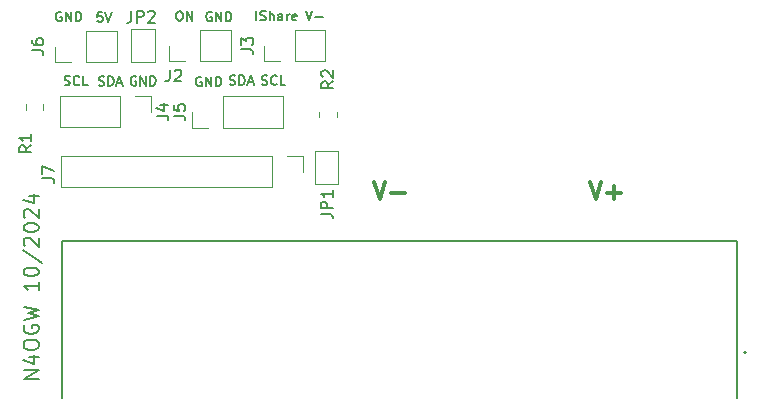
<source format=gbr>
%TF.GenerationSoftware,KiCad,Pcbnew,8.0.6*%
%TF.CreationDate,2025-01-01T08:23:19-05:00*%
%TF.ProjectId,ge-psu,67652d70-7375-42e6-9b69-6361645f7063,rev?*%
%TF.SameCoordinates,Original*%
%TF.FileFunction,Legend,Top*%
%TF.FilePolarity,Positive*%
%FSLAX46Y46*%
G04 Gerber Fmt 4.6, Leading zero omitted, Abs format (unit mm)*
G04 Created by KiCad (PCBNEW 8.0.6) date 2025-01-01 08:23:19*
%MOMM*%
%LPD*%
G01*
G04 APERTURE LIST*
%ADD10C,0.300000*%
%ADD11C,0.193548*%
%ADD12C,0.150000*%
%ADD13C,0.120000*%
%ADD14C,0.127000*%
%ADD15C,0.200000*%
G04 APERTURE END LIST*
D10*
X162900225Y-69928828D02*
X163400225Y-71428828D01*
X163400225Y-71428828D02*
X163900225Y-69928828D01*
X164400224Y-70857400D02*
X165543082Y-70857400D01*
X164971653Y-71428828D02*
X164971653Y-70285971D01*
D11*
X130886534Y-55568818D02*
X130810334Y-55530718D01*
X130810334Y-55530718D02*
X130696034Y-55530718D01*
X130696034Y-55530718D02*
X130581734Y-55568818D01*
X130581734Y-55568818D02*
X130505534Y-55645018D01*
X130505534Y-55645018D02*
X130467434Y-55721218D01*
X130467434Y-55721218D02*
X130429334Y-55873618D01*
X130429334Y-55873618D02*
X130429334Y-55987918D01*
X130429334Y-55987918D02*
X130467434Y-56140318D01*
X130467434Y-56140318D02*
X130505534Y-56216518D01*
X130505534Y-56216518D02*
X130581734Y-56292718D01*
X130581734Y-56292718D02*
X130696034Y-56330818D01*
X130696034Y-56330818D02*
X130772234Y-56330818D01*
X130772234Y-56330818D02*
X130886534Y-56292718D01*
X130886534Y-56292718D02*
X130924634Y-56254618D01*
X130924634Y-56254618D02*
X130924634Y-55987918D01*
X130924634Y-55987918D02*
X130772234Y-55987918D01*
X131267534Y-56330818D02*
X131267534Y-55530718D01*
X131267534Y-55530718D02*
X131724734Y-56330818D01*
X131724734Y-56330818D02*
X131724734Y-55530718D01*
X132105734Y-56330818D02*
X132105734Y-55530718D01*
X132105734Y-55530718D02*
X132296234Y-55530718D01*
X132296234Y-55530718D02*
X132410534Y-55568818D01*
X132410534Y-55568818D02*
X132486734Y-55645018D01*
X132486734Y-55645018D02*
X132524834Y-55721218D01*
X132524834Y-55721218D02*
X132562934Y-55873618D01*
X132562934Y-55873618D02*
X132562934Y-55987918D01*
X132562934Y-55987918D02*
X132524834Y-56140318D01*
X132524834Y-56140318D02*
X132486734Y-56216518D01*
X132486734Y-56216518D02*
X132410534Y-56292718D01*
X132410534Y-56292718D02*
X132296234Y-56330818D01*
X132296234Y-56330818D02*
X132105734Y-56330818D01*
X118161134Y-55568818D02*
X118084934Y-55530718D01*
X118084934Y-55530718D02*
X117970634Y-55530718D01*
X117970634Y-55530718D02*
X117856334Y-55568818D01*
X117856334Y-55568818D02*
X117780134Y-55645018D01*
X117780134Y-55645018D02*
X117742034Y-55721218D01*
X117742034Y-55721218D02*
X117703934Y-55873618D01*
X117703934Y-55873618D02*
X117703934Y-55987918D01*
X117703934Y-55987918D02*
X117742034Y-56140318D01*
X117742034Y-56140318D02*
X117780134Y-56216518D01*
X117780134Y-56216518D02*
X117856334Y-56292718D01*
X117856334Y-56292718D02*
X117970634Y-56330818D01*
X117970634Y-56330818D02*
X118046834Y-56330818D01*
X118046834Y-56330818D02*
X118161134Y-56292718D01*
X118161134Y-56292718D02*
X118199234Y-56254618D01*
X118199234Y-56254618D02*
X118199234Y-55987918D01*
X118199234Y-55987918D02*
X118046834Y-55987918D01*
X118542134Y-56330818D02*
X118542134Y-55530718D01*
X118542134Y-55530718D02*
X118999334Y-56330818D01*
X118999334Y-56330818D02*
X118999334Y-55530718D01*
X119380334Y-56330818D02*
X119380334Y-55530718D01*
X119380334Y-55530718D02*
X119570834Y-55530718D01*
X119570834Y-55530718D02*
X119685134Y-55568818D01*
X119685134Y-55568818D02*
X119761334Y-55645018D01*
X119761334Y-55645018D02*
X119799434Y-55721218D01*
X119799434Y-55721218D02*
X119837534Y-55873618D01*
X119837534Y-55873618D02*
X119837534Y-55987918D01*
X119837534Y-55987918D02*
X119799434Y-56140318D01*
X119799434Y-56140318D02*
X119761334Y-56216518D01*
X119761334Y-56216518D02*
X119685134Y-56292718D01*
X119685134Y-56292718D02*
X119570834Y-56330818D01*
X119570834Y-56330818D02*
X119380334Y-56330818D01*
X124485734Y-61029818D02*
X124409534Y-60991718D01*
X124409534Y-60991718D02*
X124295234Y-60991718D01*
X124295234Y-60991718D02*
X124180934Y-61029818D01*
X124180934Y-61029818D02*
X124104734Y-61106018D01*
X124104734Y-61106018D02*
X124066634Y-61182218D01*
X124066634Y-61182218D02*
X124028534Y-61334618D01*
X124028534Y-61334618D02*
X124028534Y-61448918D01*
X124028534Y-61448918D02*
X124066634Y-61601318D01*
X124066634Y-61601318D02*
X124104734Y-61677518D01*
X124104734Y-61677518D02*
X124180934Y-61753718D01*
X124180934Y-61753718D02*
X124295234Y-61791818D01*
X124295234Y-61791818D02*
X124371434Y-61791818D01*
X124371434Y-61791818D02*
X124485734Y-61753718D01*
X124485734Y-61753718D02*
X124523834Y-61715618D01*
X124523834Y-61715618D02*
X124523834Y-61448918D01*
X124523834Y-61448918D02*
X124371434Y-61448918D01*
X124866734Y-61791818D02*
X124866734Y-60991718D01*
X124866734Y-60991718D02*
X125323934Y-61791818D01*
X125323934Y-61791818D02*
X125323934Y-60991718D01*
X125704934Y-61791818D02*
X125704934Y-60991718D01*
X125704934Y-60991718D02*
X125895434Y-60991718D01*
X125895434Y-60991718D02*
X126009734Y-61029818D01*
X126009734Y-61029818D02*
X126085934Y-61106018D01*
X126085934Y-61106018D02*
X126124034Y-61182218D01*
X126124034Y-61182218D02*
X126162134Y-61334618D01*
X126162134Y-61334618D02*
X126162134Y-61448918D01*
X126162134Y-61448918D02*
X126124034Y-61601318D01*
X126124034Y-61601318D02*
X126085934Y-61677518D01*
X126085934Y-61677518D02*
X126009734Y-61753718D01*
X126009734Y-61753718D02*
X125895434Y-61791818D01*
X125895434Y-61791818D02*
X125704934Y-61791818D01*
X121336134Y-61779118D02*
X121450434Y-61817218D01*
X121450434Y-61817218D02*
X121640934Y-61817218D01*
X121640934Y-61817218D02*
X121717134Y-61779118D01*
X121717134Y-61779118D02*
X121755234Y-61741018D01*
X121755234Y-61741018D02*
X121793334Y-61664818D01*
X121793334Y-61664818D02*
X121793334Y-61588618D01*
X121793334Y-61588618D02*
X121755234Y-61512418D01*
X121755234Y-61512418D02*
X121717134Y-61474318D01*
X121717134Y-61474318D02*
X121640934Y-61436218D01*
X121640934Y-61436218D02*
X121488534Y-61398118D01*
X121488534Y-61398118D02*
X121412334Y-61360018D01*
X121412334Y-61360018D02*
X121374234Y-61321918D01*
X121374234Y-61321918D02*
X121336134Y-61245718D01*
X121336134Y-61245718D02*
X121336134Y-61169518D01*
X121336134Y-61169518D02*
X121374234Y-61093318D01*
X121374234Y-61093318D02*
X121412334Y-61055218D01*
X121412334Y-61055218D02*
X121488534Y-61017118D01*
X121488534Y-61017118D02*
X121679034Y-61017118D01*
X121679034Y-61017118D02*
X121793334Y-61055218D01*
X122136234Y-61817218D02*
X122136234Y-61017118D01*
X122136234Y-61017118D02*
X122326734Y-61017118D01*
X122326734Y-61017118D02*
X122441034Y-61055218D01*
X122441034Y-61055218D02*
X122517234Y-61131418D01*
X122517234Y-61131418D02*
X122555334Y-61207618D01*
X122555334Y-61207618D02*
X122593434Y-61360018D01*
X122593434Y-61360018D02*
X122593434Y-61474318D01*
X122593434Y-61474318D02*
X122555334Y-61626718D01*
X122555334Y-61626718D02*
X122517234Y-61702918D01*
X122517234Y-61702918D02*
X122441034Y-61779118D01*
X122441034Y-61779118D02*
X122326734Y-61817218D01*
X122326734Y-61817218D02*
X122136234Y-61817218D01*
X122898234Y-61588618D02*
X123279234Y-61588618D01*
X122822034Y-61817218D02*
X123088734Y-61017118D01*
X123088734Y-61017118D02*
X123355434Y-61817218D01*
D10*
X144612225Y-69928828D02*
X145112225Y-71428828D01*
X145112225Y-71428828D02*
X145612225Y-69928828D01*
X146112224Y-70857400D02*
X147255082Y-70857400D01*
D11*
X135153734Y-61702918D02*
X135268034Y-61741018D01*
X135268034Y-61741018D02*
X135458534Y-61741018D01*
X135458534Y-61741018D02*
X135534734Y-61702918D01*
X135534734Y-61702918D02*
X135572834Y-61664818D01*
X135572834Y-61664818D02*
X135610934Y-61588618D01*
X135610934Y-61588618D02*
X135610934Y-61512418D01*
X135610934Y-61512418D02*
X135572834Y-61436218D01*
X135572834Y-61436218D02*
X135534734Y-61398118D01*
X135534734Y-61398118D02*
X135458534Y-61360018D01*
X135458534Y-61360018D02*
X135306134Y-61321918D01*
X135306134Y-61321918D02*
X135229934Y-61283818D01*
X135229934Y-61283818D02*
X135191834Y-61245718D01*
X135191834Y-61245718D02*
X135153734Y-61169518D01*
X135153734Y-61169518D02*
X135153734Y-61093318D01*
X135153734Y-61093318D02*
X135191834Y-61017118D01*
X135191834Y-61017118D02*
X135229934Y-60979018D01*
X135229934Y-60979018D02*
X135306134Y-60940918D01*
X135306134Y-60940918D02*
X135496634Y-60940918D01*
X135496634Y-60940918D02*
X135610934Y-60979018D01*
X136411034Y-61664818D02*
X136372934Y-61702918D01*
X136372934Y-61702918D02*
X136258634Y-61741018D01*
X136258634Y-61741018D02*
X136182434Y-61741018D01*
X136182434Y-61741018D02*
X136068134Y-61702918D01*
X136068134Y-61702918D02*
X135991934Y-61626718D01*
X135991934Y-61626718D02*
X135953834Y-61550518D01*
X135953834Y-61550518D02*
X135915734Y-61398118D01*
X135915734Y-61398118D02*
X135915734Y-61283818D01*
X135915734Y-61283818D02*
X135953834Y-61131418D01*
X135953834Y-61131418D02*
X135991934Y-61055218D01*
X135991934Y-61055218D02*
X136068134Y-60979018D01*
X136068134Y-60979018D02*
X136182434Y-60940918D01*
X136182434Y-60940918D02*
X136258634Y-60940918D01*
X136258634Y-60940918D02*
X136372934Y-60979018D01*
X136372934Y-60979018D02*
X136411034Y-61017118D01*
X137134934Y-61741018D02*
X136753934Y-61741018D01*
X136753934Y-61741018D02*
X136753934Y-60940918D01*
X121628234Y-55581518D02*
X121247234Y-55581518D01*
X121247234Y-55581518D02*
X121209134Y-55962518D01*
X121209134Y-55962518D02*
X121247234Y-55924418D01*
X121247234Y-55924418D02*
X121323434Y-55886318D01*
X121323434Y-55886318D02*
X121513934Y-55886318D01*
X121513934Y-55886318D02*
X121590134Y-55924418D01*
X121590134Y-55924418D02*
X121628234Y-55962518D01*
X121628234Y-55962518D02*
X121666334Y-56038718D01*
X121666334Y-56038718D02*
X121666334Y-56229218D01*
X121666334Y-56229218D02*
X121628234Y-56305418D01*
X121628234Y-56305418D02*
X121590134Y-56343518D01*
X121590134Y-56343518D02*
X121513934Y-56381618D01*
X121513934Y-56381618D02*
X121323434Y-56381618D01*
X121323434Y-56381618D02*
X121247234Y-56343518D01*
X121247234Y-56343518D02*
X121209134Y-56305418D01*
X121894934Y-55581518D02*
X122161634Y-56381618D01*
X122161634Y-56381618D02*
X122428334Y-55581518D01*
X130022934Y-61106018D02*
X129946734Y-61067918D01*
X129946734Y-61067918D02*
X129832434Y-61067918D01*
X129832434Y-61067918D02*
X129718134Y-61106018D01*
X129718134Y-61106018D02*
X129641934Y-61182218D01*
X129641934Y-61182218D02*
X129603834Y-61258418D01*
X129603834Y-61258418D02*
X129565734Y-61410818D01*
X129565734Y-61410818D02*
X129565734Y-61525118D01*
X129565734Y-61525118D02*
X129603834Y-61677518D01*
X129603834Y-61677518D02*
X129641934Y-61753718D01*
X129641934Y-61753718D02*
X129718134Y-61829918D01*
X129718134Y-61829918D02*
X129832434Y-61868018D01*
X129832434Y-61868018D02*
X129908634Y-61868018D01*
X129908634Y-61868018D02*
X130022934Y-61829918D01*
X130022934Y-61829918D02*
X130061034Y-61791818D01*
X130061034Y-61791818D02*
X130061034Y-61525118D01*
X130061034Y-61525118D02*
X129908634Y-61525118D01*
X130403934Y-61868018D02*
X130403934Y-61067918D01*
X130403934Y-61067918D02*
X130861134Y-61868018D01*
X130861134Y-61868018D02*
X130861134Y-61067918D01*
X131242134Y-61868018D02*
X131242134Y-61067918D01*
X131242134Y-61067918D02*
X131432634Y-61067918D01*
X131432634Y-61067918D02*
X131546934Y-61106018D01*
X131546934Y-61106018D02*
X131623134Y-61182218D01*
X131623134Y-61182218D02*
X131661234Y-61258418D01*
X131661234Y-61258418D02*
X131699334Y-61410818D01*
X131699334Y-61410818D02*
X131699334Y-61525118D01*
X131699334Y-61525118D02*
X131661234Y-61677518D01*
X131661234Y-61677518D02*
X131623134Y-61753718D01*
X131623134Y-61753718D02*
X131546934Y-61829918D01*
X131546934Y-61829918D02*
X131432634Y-61868018D01*
X131432634Y-61868018D02*
X131242134Y-61868018D01*
X128105234Y-55505318D02*
X128257634Y-55505318D01*
X128257634Y-55505318D02*
X128333834Y-55543418D01*
X128333834Y-55543418D02*
X128410034Y-55619618D01*
X128410034Y-55619618D02*
X128448134Y-55772018D01*
X128448134Y-55772018D02*
X128448134Y-56038718D01*
X128448134Y-56038718D02*
X128410034Y-56191118D01*
X128410034Y-56191118D02*
X128333834Y-56267318D01*
X128333834Y-56267318D02*
X128257634Y-56305418D01*
X128257634Y-56305418D02*
X128105234Y-56305418D01*
X128105234Y-56305418D02*
X128029034Y-56267318D01*
X128029034Y-56267318D02*
X127952834Y-56191118D01*
X127952834Y-56191118D02*
X127914734Y-56038718D01*
X127914734Y-56038718D02*
X127914734Y-55772018D01*
X127914734Y-55772018D02*
X127952834Y-55619618D01*
X127952834Y-55619618D02*
X128029034Y-55543418D01*
X128029034Y-55543418D02*
X128105234Y-55505318D01*
X128791034Y-56305418D02*
X128791034Y-55505318D01*
X128791034Y-55505318D02*
X129248234Y-56305418D01*
X129248234Y-56305418D02*
X129248234Y-55505318D01*
X132435934Y-61702918D02*
X132550234Y-61741018D01*
X132550234Y-61741018D02*
X132740734Y-61741018D01*
X132740734Y-61741018D02*
X132816934Y-61702918D01*
X132816934Y-61702918D02*
X132855034Y-61664818D01*
X132855034Y-61664818D02*
X132893134Y-61588618D01*
X132893134Y-61588618D02*
X132893134Y-61512418D01*
X132893134Y-61512418D02*
X132855034Y-61436218D01*
X132855034Y-61436218D02*
X132816934Y-61398118D01*
X132816934Y-61398118D02*
X132740734Y-61360018D01*
X132740734Y-61360018D02*
X132588334Y-61321918D01*
X132588334Y-61321918D02*
X132512134Y-61283818D01*
X132512134Y-61283818D02*
X132474034Y-61245718D01*
X132474034Y-61245718D02*
X132435934Y-61169518D01*
X132435934Y-61169518D02*
X132435934Y-61093318D01*
X132435934Y-61093318D02*
X132474034Y-61017118D01*
X132474034Y-61017118D02*
X132512134Y-60979018D01*
X132512134Y-60979018D02*
X132588334Y-60940918D01*
X132588334Y-60940918D02*
X132778834Y-60940918D01*
X132778834Y-60940918D02*
X132893134Y-60979018D01*
X133236034Y-61741018D02*
X133236034Y-60940918D01*
X133236034Y-60940918D02*
X133426534Y-60940918D01*
X133426534Y-60940918D02*
X133540834Y-60979018D01*
X133540834Y-60979018D02*
X133617034Y-61055218D01*
X133617034Y-61055218D02*
X133655134Y-61131418D01*
X133655134Y-61131418D02*
X133693234Y-61283818D01*
X133693234Y-61283818D02*
X133693234Y-61398118D01*
X133693234Y-61398118D02*
X133655134Y-61550518D01*
X133655134Y-61550518D02*
X133617034Y-61626718D01*
X133617034Y-61626718D02*
X133540834Y-61702918D01*
X133540834Y-61702918D02*
X133426534Y-61741018D01*
X133426534Y-61741018D02*
X133236034Y-61741018D01*
X133998034Y-61512418D02*
X134379034Y-61512418D01*
X133921834Y-61741018D02*
X134188534Y-60940918D01*
X134188534Y-60940918D02*
X134455234Y-61741018D01*
X118440534Y-61728318D02*
X118554834Y-61766418D01*
X118554834Y-61766418D02*
X118745334Y-61766418D01*
X118745334Y-61766418D02*
X118821534Y-61728318D01*
X118821534Y-61728318D02*
X118859634Y-61690218D01*
X118859634Y-61690218D02*
X118897734Y-61614018D01*
X118897734Y-61614018D02*
X118897734Y-61537818D01*
X118897734Y-61537818D02*
X118859634Y-61461618D01*
X118859634Y-61461618D02*
X118821534Y-61423518D01*
X118821534Y-61423518D02*
X118745334Y-61385418D01*
X118745334Y-61385418D02*
X118592934Y-61347318D01*
X118592934Y-61347318D02*
X118516734Y-61309218D01*
X118516734Y-61309218D02*
X118478634Y-61271118D01*
X118478634Y-61271118D02*
X118440534Y-61194918D01*
X118440534Y-61194918D02*
X118440534Y-61118718D01*
X118440534Y-61118718D02*
X118478634Y-61042518D01*
X118478634Y-61042518D02*
X118516734Y-61004418D01*
X118516734Y-61004418D02*
X118592934Y-60966318D01*
X118592934Y-60966318D02*
X118783434Y-60966318D01*
X118783434Y-60966318D02*
X118897734Y-61004418D01*
X119697834Y-61690218D02*
X119659734Y-61728318D01*
X119659734Y-61728318D02*
X119545434Y-61766418D01*
X119545434Y-61766418D02*
X119469234Y-61766418D01*
X119469234Y-61766418D02*
X119354934Y-61728318D01*
X119354934Y-61728318D02*
X119278734Y-61652118D01*
X119278734Y-61652118D02*
X119240634Y-61575918D01*
X119240634Y-61575918D02*
X119202534Y-61423518D01*
X119202534Y-61423518D02*
X119202534Y-61309218D01*
X119202534Y-61309218D02*
X119240634Y-61156818D01*
X119240634Y-61156818D02*
X119278734Y-61080618D01*
X119278734Y-61080618D02*
X119354934Y-61004418D01*
X119354934Y-61004418D02*
X119469234Y-60966318D01*
X119469234Y-60966318D02*
X119545434Y-60966318D01*
X119545434Y-60966318D02*
X119659734Y-61004418D01*
X119659734Y-61004418D02*
X119697834Y-61042518D01*
X120421734Y-61766418D02*
X120040734Y-61766418D01*
X120040734Y-61766418D02*
X120040734Y-60966318D01*
X138887534Y-55479918D02*
X139154234Y-56280018D01*
X139154234Y-56280018D02*
X139420934Y-55479918D01*
X139687634Y-55975218D02*
X140297234Y-55975218D01*
X116242711Y-86641485D02*
X114972711Y-86641485D01*
X114972711Y-86641485D02*
X116242711Y-85915770D01*
X116242711Y-85915770D02*
X114972711Y-85915770D01*
X115396044Y-84766723D02*
X116242711Y-84766723D01*
X114912235Y-85069104D02*
X115819377Y-85371485D01*
X115819377Y-85371485D02*
X115819377Y-84585294D01*
X114972711Y-83859580D02*
X114972711Y-83617675D01*
X114972711Y-83617675D02*
X115033187Y-83496723D01*
X115033187Y-83496723D02*
X115154139Y-83375770D01*
X115154139Y-83375770D02*
X115396044Y-83315294D01*
X115396044Y-83315294D02*
X115819377Y-83315294D01*
X115819377Y-83315294D02*
X116061282Y-83375770D01*
X116061282Y-83375770D02*
X116182235Y-83496723D01*
X116182235Y-83496723D02*
X116242711Y-83617675D01*
X116242711Y-83617675D02*
X116242711Y-83859580D01*
X116242711Y-83859580D02*
X116182235Y-83980532D01*
X116182235Y-83980532D02*
X116061282Y-84101485D01*
X116061282Y-84101485D02*
X115819377Y-84161961D01*
X115819377Y-84161961D02*
X115396044Y-84161961D01*
X115396044Y-84161961D02*
X115154139Y-84101485D01*
X115154139Y-84101485D02*
X115033187Y-83980532D01*
X115033187Y-83980532D02*
X114972711Y-83859580D01*
X115033187Y-82105770D02*
X114972711Y-82226723D01*
X114972711Y-82226723D02*
X114972711Y-82408151D01*
X114972711Y-82408151D02*
X115033187Y-82589580D01*
X115033187Y-82589580D02*
X115154139Y-82710532D01*
X115154139Y-82710532D02*
X115275092Y-82771009D01*
X115275092Y-82771009D02*
X115516996Y-82831485D01*
X115516996Y-82831485D02*
X115698425Y-82831485D01*
X115698425Y-82831485D02*
X115940330Y-82771009D01*
X115940330Y-82771009D02*
X116061282Y-82710532D01*
X116061282Y-82710532D02*
X116182235Y-82589580D01*
X116182235Y-82589580D02*
X116242711Y-82408151D01*
X116242711Y-82408151D02*
X116242711Y-82287199D01*
X116242711Y-82287199D02*
X116182235Y-82105770D01*
X116182235Y-82105770D02*
X116121758Y-82045294D01*
X116121758Y-82045294D02*
X115698425Y-82045294D01*
X115698425Y-82045294D02*
X115698425Y-82287199D01*
X114972711Y-81621961D02*
X116242711Y-81319580D01*
X116242711Y-81319580D02*
X115335568Y-81077675D01*
X115335568Y-81077675D02*
X116242711Y-80835770D01*
X116242711Y-80835770D02*
X114972711Y-80533390D01*
X116242711Y-78416722D02*
X116242711Y-79142437D01*
X116242711Y-78779580D02*
X114972711Y-78779580D01*
X114972711Y-78779580D02*
X115154139Y-78900532D01*
X115154139Y-78900532D02*
X115275092Y-79021484D01*
X115275092Y-79021484D02*
X115335568Y-79142437D01*
X114972711Y-77630532D02*
X114972711Y-77509579D01*
X114972711Y-77509579D02*
X115033187Y-77388627D01*
X115033187Y-77388627D02*
X115093663Y-77328151D01*
X115093663Y-77328151D02*
X115214615Y-77267675D01*
X115214615Y-77267675D02*
X115456520Y-77207198D01*
X115456520Y-77207198D02*
X115758901Y-77207198D01*
X115758901Y-77207198D02*
X116000806Y-77267675D01*
X116000806Y-77267675D02*
X116121758Y-77328151D01*
X116121758Y-77328151D02*
X116182235Y-77388627D01*
X116182235Y-77388627D02*
X116242711Y-77509579D01*
X116242711Y-77509579D02*
X116242711Y-77630532D01*
X116242711Y-77630532D02*
X116182235Y-77751484D01*
X116182235Y-77751484D02*
X116121758Y-77811960D01*
X116121758Y-77811960D02*
X116000806Y-77872437D01*
X116000806Y-77872437D02*
X115758901Y-77932913D01*
X115758901Y-77932913D02*
X115456520Y-77932913D01*
X115456520Y-77932913D02*
X115214615Y-77872437D01*
X115214615Y-77872437D02*
X115093663Y-77811960D01*
X115093663Y-77811960D02*
X115033187Y-77751484D01*
X115033187Y-77751484D02*
X114972711Y-77630532D01*
X114912235Y-75755770D02*
X116545092Y-76844341D01*
X115093663Y-75392913D02*
X115033187Y-75332437D01*
X115033187Y-75332437D02*
X114972711Y-75211484D01*
X114972711Y-75211484D02*
X114972711Y-74909103D01*
X114972711Y-74909103D02*
X115033187Y-74788151D01*
X115033187Y-74788151D02*
X115093663Y-74727675D01*
X115093663Y-74727675D02*
X115214615Y-74667198D01*
X115214615Y-74667198D02*
X115335568Y-74667198D01*
X115335568Y-74667198D02*
X115516996Y-74727675D01*
X115516996Y-74727675D02*
X116242711Y-75453389D01*
X116242711Y-75453389D02*
X116242711Y-74667198D01*
X114972711Y-73881008D02*
X114972711Y-73760055D01*
X114972711Y-73760055D02*
X115033187Y-73639103D01*
X115033187Y-73639103D02*
X115093663Y-73578627D01*
X115093663Y-73578627D02*
X115214615Y-73518151D01*
X115214615Y-73518151D02*
X115456520Y-73457674D01*
X115456520Y-73457674D02*
X115758901Y-73457674D01*
X115758901Y-73457674D02*
X116000806Y-73518151D01*
X116000806Y-73518151D02*
X116121758Y-73578627D01*
X116121758Y-73578627D02*
X116182235Y-73639103D01*
X116182235Y-73639103D02*
X116242711Y-73760055D01*
X116242711Y-73760055D02*
X116242711Y-73881008D01*
X116242711Y-73881008D02*
X116182235Y-74001960D01*
X116182235Y-74001960D02*
X116121758Y-74062436D01*
X116121758Y-74062436D02*
X116000806Y-74122913D01*
X116000806Y-74122913D02*
X115758901Y-74183389D01*
X115758901Y-74183389D02*
X115456520Y-74183389D01*
X115456520Y-74183389D02*
X115214615Y-74122913D01*
X115214615Y-74122913D02*
X115093663Y-74062436D01*
X115093663Y-74062436D02*
X115033187Y-74001960D01*
X115033187Y-74001960D02*
X114972711Y-73881008D01*
X115093663Y-72973865D02*
X115033187Y-72913389D01*
X115033187Y-72913389D02*
X114972711Y-72792436D01*
X114972711Y-72792436D02*
X114972711Y-72490055D01*
X114972711Y-72490055D02*
X115033187Y-72369103D01*
X115033187Y-72369103D02*
X115093663Y-72308627D01*
X115093663Y-72308627D02*
X115214615Y-72248150D01*
X115214615Y-72248150D02*
X115335568Y-72248150D01*
X115335568Y-72248150D02*
X115516996Y-72308627D01*
X115516996Y-72308627D02*
X116242711Y-73034341D01*
X116242711Y-73034341D02*
X116242711Y-72248150D01*
X115396044Y-71159579D02*
X116242711Y-71159579D01*
X114912235Y-71461960D02*
X115819377Y-71764341D01*
X115819377Y-71764341D02*
X115819377Y-70978150D01*
X134683834Y-56280018D02*
X134683834Y-55479918D01*
X135026734Y-56241918D02*
X135141034Y-56280018D01*
X135141034Y-56280018D02*
X135331534Y-56280018D01*
X135331534Y-56280018D02*
X135407734Y-56241918D01*
X135407734Y-56241918D02*
X135445834Y-56203818D01*
X135445834Y-56203818D02*
X135483934Y-56127618D01*
X135483934Y-56127618D02*
X135483934Y-56051418D01*
X135483934Y-56051418D02*
X135445834Y-55975218D01*
X135445834Y-55975218D02*
X135407734Y-55937118D01*
X135407734Y-55937118D02*
X135331534Y-55899018D01*
X135331534Y-55899018D02*
X135179134Y-55860918D01*
X135179134Y-55860918D02*
X135102934Y-55822818D01*
X135102934Y-55822818D02*
X135064834Y-55784718D01*
X135064834Y-55784718D02*
X135026734Y-55708518D01*
X135026734Y-55708518D02*
X135026734Y-55632318D01*
X135026734Y-55632318D02*
X135064834Y-55556118D01*
X135064834Y-55556118D02*
X135102934Y-55518018D01*
X135102934Y-55518018D02*
X135179134Y-55479918D01*
X135179134Y-55479918D02*
X135369634Y-55479918D01*
X135369634Y-55479918D02*
X135483934Y-55518018D01*
X135826834Y-56280018D02*
X135826834Y-55479918D01*
X136169734Y-56280018D02*
X136169734Y-55860918D01*
X136169734Y-55860918D02*
X136131634Y-55784718D01*
X136131634Y-55784718D02*
X136055434Y-55746618D01*
X136055434Y-55746618D02*
X135941134Y-55746618D01*
X135941134Y-55746618D02*
X135864934Y-55784718D01*
X135864934Y-55784718D02*
X135826834Y-55822818D01*
X136893634Y-56280018D02*
X136893634Y-55860918D01*
X136893634Y-55860918D02*
X136855534Y-55784718D01*
X136855534Y-55784718D02*
X136779334Y-55746618D01*
X136779334Y-55746618D02*
X136626934Y-55746618D01*
X136626934Y-55746618D02*
X136550734Y-55784718D01*
X136893634Y-56241918D02*
X136817434Y-56280018D01*
X136817434Y-56280018D02*
X136626934Y-56280018D01*
X136626934Y-56280018D02*
X136550734Y-56241918D01*
X136550734Y-56241918D02*
X136512634Y-56165718D01*
X136512634Y-56165718D02*
X136512634Y-56089518D01*
X136512634Y-56089518D02*
X136550734Y-56013318D01*
X136550734Y-56013318D02*
X136626934Y-55975218D01*
X136626934Y-55975218D02*
X136817434Y-55975218D01*
X136817434Y-55975218D02*
X136893634Y-55937118D01*
X137274634Y-56280018D02*
X137274634Y-55746618D01*
X137274634Y-55899018D02*
X137312734Y-55822818D01*
X137312734Y-55822818D02*
X137350834Y-55784718D01*
X137350834Y-55784718D02*
X137427034Y-55746618D01*
X137427034Y-55746618D02*
X137503234Y-55746618D01*
X138074734Y-56241918D02*
X137998534Y-56280018D01*
X137998534Y-56280018D02*
X137846134Y-56280018D01*
X137846134Y-56280018D02*
X137769934Y-56241918D01*
X137769934Y-56241918D02*
X137731834Y-56165718D01*
X137731834Y-56165718D02*
X137731834Y-55860918D01*
X137731834Y-55860918D02*
X137769934Y-55784718D01*
X137769934Y-55784718D02*
X137846134Y-55746618D01*
X137846134Y-55746618D02*
X137998534Y-55746618D01*
X137998534Y-55746618D02*
X138074734Y-55784718D01*
X138074734Y-55784718D02*
X138112834Y-55860918D01*
X138112834Y-55860918D02*
X138112834Y-55937118D01*
X138112834Y-55937118D02*
X137731834Y-56013318D01*
X116571954Y-69649933D02*
X117286239Y-69649933D01*
X117286239Y-69649933D02*
X117429096Y-69697552D01*
X117429096Y-69697552D02*
X117524335Y-69792790D01*
X117524335Y-69792790D02*
X117571954Y-69935647D01*
X117571954Y-69935647D02*
X117571954Y-70030885D01*
X116571954Y-69268980D02*
X116571954Y-68602314D01*
X116571954Y-68602314D02*
X117571954Y-69030885D01*
D12*
X124083866Y-55461819D02*
X124083866Y-56176104D01*
X124083866Y-56176104D02*
X124036247Y-56318961D01*
X124036247Y-56318961D02*
X123941009Y-56414200D01*
X123941009Y-56414200D02*
X123798152Y-56461819D01*
X123798152Y-56461819D02*
X123702914Y-56461819D01*
X124560057Y-56461819D02*
X124560057Y-55461819D01*
X124560057Y-55461819D02*
X124941009Y-55461819D01*
X124941009Y-55461819D02*
X125036247Y-55509438D01*
X125036247Y-55509438D02*
X125083866Y-55557057D01*
X125083866Y-55557057D02*
X125131485Y-55652295D01*
X125131485Y-55652295D02*
X125131485Y-55795152D01*
X125131485Y-55795152D02*
X125083866Y-55890390D01*
X125083866Y-55890390D02*
X125036247Y-55938009D01*
X125036247Y-55938009D02*
X124941009Y-55985628D01*
X124941009Y-55985628D02*
X124560057Y-55985628D01*
X125512438Y-55557057D02*
X125560057Y-55509438D01*
X125560057Y-55509438D02*
X125655295Y-55461819D01*
X125655295Y-55461819D02*
X125893390Y-55461819D01*
X125893390Y-55461819D02*
X125988628Y-55509438D01*
X125988628Y-55509438D02*
X126036247Y-55557057D01*
X126036247Y-55557057D02*
X126083866Y-55652295D01*
X126083866Y-55652295D02*
X126083866Y-55747533D01*
X126083866Y-55747533D02*
X126036247Y-55890390D01*
X126036247Y-55890390D02*
X125464819Y-56461819D01*
X125464819Y-56461819D02*
X126083866Y-56461819D01*
D11*
X133412154Y-58727933D02*
X134126439Y-58727933D01*
X134126439Y-58727933D02*
X134269296Y-58775552D01*
X134269296Y-58775552D02*
X134364535Y-58870790D01*
X134364535Y-58870790D02*
X134412154Y-59013647D01*
X134412154Y-59013647D02*
X134412154Y-59108885D01*
X133412154Y-58346980D02*
X133412154Y-57727933D01*
X133412154Y-57727933D02*
X133793106Y-58061266D01*
X133793106Y-58061266D02*
X133793106Y-57918409D01*
X133793106Y-57918409D02*
X133840725Y-57823171D01*
X133840725Y-57823171D02*
X133888344Y-57775552D01*
X133888344Y-57775552D02*
X133983582Y-57727933D01*
X133983582Y-57727933D02*
X134221677Y-57727933D01*
X134221677Y-57727933D02*
X134316915Y-57775552D01*
X134316915Y-57775552D02*
X134364535Y-57823171D01*
X134364535Y-57823171D02*
X134412154Y-57918409D01*
X134412154Y-57918409D02*
X134412154Y-58204123D01*
X134412154Y-58204123D02*
X134364535Y-58299361D01*
X134364535Y-58299361D02*
X134316915Y-58346980D01*
X115616154Y-66867066D02*
X115139963Y-67200399D01*
X115616154Y-67438494D02*
X114616154Y-67438494D01*
X114616154Y-67438494D02*
X114616154Y-67057542D01*
X114616154Y-67057542D02*
X114663773Y-66962304D01*
X114663773Y-66962304D02*
X114711392Y-66914685D01*
X114711392Y-66914685D02*
X114806630Y-66867066D01*
X114806630Y-66867066D02*
X114949487Y-66867066D01*
X114949487Y-66867066D02*
X115044725Y-66914685D01*
X115044725Y-66914685D02*
X115092344Y-66962304D01*
X115092344Y-66962304D02*
X115139963Y-67057542D01*
X115139963Y-67057542D02*
X115139963Y-67438494D01*
X115616154Y-65914685D02*
X115616154Y-66486113D01*
X115616154Y-66200399D02*
X114616154Y-66200399D01*
X114616154Y-66200399D02*
X114759011Y-66295637D01*
X114759011Y-66295637D02*
X114854249Y-66390875D01*
X114854249Y-66390875D02*
X114901868Y-66486113D01*
X140143154Y-72664533D02*
X140857439Y-72664533D01*
X140857439Y-72664533D02*
X141000296Y-72712152D01*
X141000296Y-72712152D02*
X141095535Y-72807390D01*
X141095535Y-72807390D02*
X141143154Y-72950247D01*
X141143154Y-72950247D02*
X141143154Y-73045485D01*
X141143154Y-72188342D02*
X140143154Y-72188342D01*
X140143154Y-72188342D02*
X140143154Y-71807390D01*
X140143154Y-71807390D02*
X140190773Y-71712152D01*
X140190773Y-71712152D02*
X140238392Y-71664533D01*
X140238392Y-71664533D02*
X140333630Y-71616914D01*
X140333630Y-71616914D02*
X140476487Y-71616914D01*
X140476487Y-71616914D02*
X140571725Y-71664533D01*
X140571725Y-71664533D02*
X140619344Y-71712152D01*
X140619344Y-71712152D02*
X140666963Y-71807390D01*
X140666963Y-71807390D02*
X140666963Y-72188342D01*
X141143154Y-70664533D02*
X141143154Y-71235961D01*
X141143154Y-70950247D02*
X140143154Y-70950247D01*
X140143154Y-70950247D02*
X140286011Y-71045485D01*
X140286011Y-71045485D02*
X140381249Y-71140723D01*
X140381249Y-71140723D02*
X140428868Y-71235961D01*
D12*
X126229819Y-64341333D02*
X126944104Y-64341333D01*
X126944104Y-64341333D02*
X127086961Y-64388952D01*
X127086961Y-64388952D02*
X127182200Y-64484190D01*
X127182200Y-64484190D02*
X127229819Y-64627047D01*
X127229819Y-64627047D02*
X127229819Y-64722285D01*
X126563152Y-63436571D02*
X127229819Y-63436571D01*
X126182200Y-63674666D02*
X126896485Y-63912761D01*
X126896485Y-63912761D02*
X126896485Y-63293714D01*
D11*
X115657554Y-58804133D02*
X116371839Y-58804133D01*
X116371839Y-58804133D02*
X116514696Y-58851752D01*
X116514696Y-58851752D02*
X116609935Y-58946990D01*
X116609935Y-58946990D02*
X116657554Y-59089847D01*
X116657554Y-59089847D02*
X116657554Y-59185085D01*
X115657554Y-57899371D02*
X115657554Y-58089847D01*
X115657554Y-58089847D02*
X115705173Y-58185085D01*
X115705173Y-58185085D02*
X115752792Y-58232704D01*
X115752792Y-58232704D02*
X115895649Y-58327942D01*
X115895649Y-58327942D02*
X116086125Y-58375561D01*
X116086125Y-58375561D02*
X116467077Y-58375561D01*
X116467077Y-58375561D02*
X116562315Y-58327942D01*
X116562315Y-58327942D02*
X116609935Y-58280323D01*
X116609935Y-58280323D02*
X116657554Y-58185085D01*
X116657554Y-58185085D02*
X116657554Y-57994609D01*
X116657554Y-57994609D02*
X116609935Y-57899371D01*
X116609935Y-57899371D02*
X116562315Y-57851752D01*
X116562315Y-57851752D02*
X116467077Y-57804133D01*
X116467077Y-57804133D02*
X116228982Y-57804133D01*
X116228982Y-57804133D02*
X116133744Y-57851752D01*
X116133744Y-57851752D02*
X116086125Y-57899371D01*
X116086125Y-57899371D02*
X116038506Y-57994609D01*
X116038506Y-57994609D02*
X116038506Y-58185085D01*
X116038506Y-58185085D02*
X116086125Y-58280323D01*
X116086125Y-58280323D02*
X116133744Y-58327942D01*
X116133744Y-58327942D02*
X116228982Y-58375561D01*
X141193954Y-61450266D02*
X140717763Y-61783599D01*
X141193954Y-62021694D02*
X140193954Y-62021694D01*
X140193954Y-62021694D02*
X140193954Y-61640742D01*
X140193954Y-61640742D02*
X140241573Y-61545504D01*
X140241573Y-61545504D02*
X140289192Y-61497885D01*
X140289192Y-61497885D02*
X140384430Y-61450266D01*
X140384430Y-61450266D02*
X140527287Y-61450266D01*
X140527287Y-61450266D02*
X140622525Y-61497885D01*
X140622525Y-61497885D02*
X140670144Y-61545504D01*
X140670144Y-61545504D02*
X140717763Y-61640742D01*
X140717763Y-61640742D02*
X140717763Y-62021694D01*
X140289192Y-61069313D02*
X140241573Y-61021694D01*
X140241573Y-61021694D02*
X140193954Y-60926456D01*
X140193954Y-60926456D02*
X140193954Y-60688361D01*
X140193954Y-60688361D02*
X140241573Y-60593123D01*
X140241573Y-60593123D02*
X140289192Y-60545504D01*
X140289192Y-60545504D02*
X140384430Y-60497885D01*
X140384430Y-60497885D02*
X140479668Y-60497885D01*
X140479668Y-60497885D02*
X140622525Y-60545504D01*
X140622525Y-60545504D02*
X141193954Y-61116932D01*
X141193954Y-61116932D02*
X141193954Y-60497885D01*
X127327066Y-60437954D02*
X127327066Y-61152239D01*
X127327066Y-61152239D02*
X127279447Y-61295096D01*
X127279447Y-61295096D02*
X127184209Y-61390335D01*
X127184209Y-61390335D02*
X127041352Y-61437954D01*
X127041352Y-61437954D02*
X126946114Y-61437954D01*
X127755638Y-60533192D02*
X127803257Y-60485573D01*
X127803257Y-60485573D02*
X127898495Y-60437954D01*
X127898495Y-60437954D02*
X128136590Y-60437954D01*
X128136590Y-60437954D02*
X128231828Y-60485573D01*
X128231828Y-60485573D02*
X128279447Y-60533192D01*
X128279447Y-60533192D02*
X128327066Y-60628430D01*
X128327066Y-60628430D02*
X128327066Y-60723668D01*
X128327066Y-60723668D02*
X128279447Y-60866525D01*
X128279447Y-60866525D02*
X127708019Y-61437954D01*
X127708019Y-61437954D02*
X128327066Y-61437954D01*
D12*
X127680819Y-64366733D02*
X128395104Y-64366733D01*
X128395104Y-64366733D02*
X128537961Y-64414352D01*
X128537961Y-64414352D02*
X128633200Y-64509590D01*
X128633200Y-64509590D02*
X128680819Y-64652447D01*
X128680819Y-64652447D02*
X128680819Y-64747685D01*
X127680819Y-63414352D02*
X127680819Y-63890542D01*
X127680819Y-63890542D02*
X128157009Y-63938161D01*
X128157009Y-63938161D02*
X128109390Y-63890542D01*
X128109390Y-63890542D02*
X128061771Y-63795304D01*
X128061771Y-63795304D02*
X128061771Y-63557209D01*
X128061771Y-63557209D02*
X128109390Y-63461971D01*
X128109390Y-63461971D02*
X128157009Y-63414352D01*
X128157009Y-63414352D02*
X128252247Y-63366733D01*
X128252247Y-63366733D02*
X128490342Y-63366733D01*
X128490342Y-63366733D02*
X128585580Y-63414352D01*
X128585580Y-63414352D02*
X128633200Y-63461971D01*
X128633200Y-63461971D02*
X128680819Y-63557209D01*
X128680819Y-63557209D02*
X128680819Y-63795304D01*
X128680819Y-63795304D02*
X128633200Y-63890542D01*
X128633200Y-63890542D02*
X128585580Y-63938161D01*
D13*
%TO.C,J7*%
X118177000Y-67758000D02*
X118177000Y-70418000D01*
X136017000Y-67758000D02*
X118177000Y-67758000D01*
X136017000Y-67758000D02*
X136017000Y-70418000D01*
X136017000Y-70418000D02*
X118177000Y-70418000D01*
X137287000Y-67758000D02*
X138617000Y-67758000D01*
X138617000Y-67758000D02*
X138617000Y-69088000D01*
%TO.C,JP2*%
X124095000Y-57005000D02*
X126095000Y-57005000D01*
X124095000Y-59805000D02*
X124095000Y-57005000D01*
X126095000Y-57005000D02*
X126095000Y-59805000D01*
X126095000Y-59805000D02*
X124095000Y-59805000D01*
D14*
%TO.C,J1*%
X118210000Y-74990000D02*
X175360000Y-74990000D01*
X118210000Y-88210000D02*
X118210000Y-74990000D01*
X175360000Y-74990000D02*
X175360000Y-88210000D01*
D15*
X176135000Y-84400000D02*
G75*
G02*
X175935000Y-84400000I-100000J0D01*
G01*
X175935000Y-84400000D02*
G75*
G02*
X176135000Y-84400000I100000J0D01*
G01*
D13*
%TO.C,J3*%
X135322000Y-59750000D02*
X135322000Y-58420000D01*
X136652000Y-59750000D02*
X135322000Y-59750000D01*
X137922000Y-57090000D02*
X140522000Y-57090000D01*
X137922000Y-59750000D02*
X137922000Y-57090000D01*
X137922000Y-59750000D02*
X140522000Y-59750000D01*
X140522000Y-59750000D02*
X140522000Y-57090000D01*
%TO.C,R1*%
X115165200Y-63844664D02*
X115165200Y-63390536D01*
X116635200Y-63844664D02*
X116635200Y-63390536D01*
%TO.C,JP1*%
X139614400Y-67347400D02*
X141614400Y-67347400D01*
X139614400Y-70147400D02*
X139614400Y-67347400D01*
X141614400Y-67347400D02*
X141614400Y-70147400D01*
X141614400Y-70147400D02*
X139614400Y-70147400D01*
%TO.C,J4*%
X118035000Y-62678000D02*
X118035000Y-65338000D01*
X123175000Y-62678000D02*
X118035000Y-62678000D01*
X123175000Y-62678000D02*
X123175000Y-65338000D01*
X123175000Y-65338000D02*
X118035000Y-65338000D01*
X124445000Y-62678000D02*
X125775000Y-62678000D01*
X125775000Y-62678000D02*
X125775000Y-64008000D01*
%TO.C,J6*%
X117669000Y-59826200D02*
X117669000Y-58496200D01*
X118999000Y-59826200D02*
X117669000Y-59826200D01*
X120269000Y-57166200D02*
X122869000Y-57166200D01*
X120269000Y-59826200D02*
X120269000Y-57166200D01*
X120269000Y-59826200D02*
X122869000Y-59826200D01*
X122869000Y-59826200D02*
X122869000Y-57166200D01*
%TO.C,R2*%
X140006400Y-64498464D02*
X140006400Y-64044336D01*
X141476400Y-64498464D02*
X141476400Y-64044336D01*
%TO.C,J2*%
X127321000Y-59750000D02*
X127321000Y-58420000D01*
X128651000Y-59750000D02*
X127321000Y-59750000D01*
X129921000Y-57090000D02*
X132521000Y-57090000D01*
X129921000Y-59750000D02*
X129921000Y-57090000D01*
X129921000Y-59750000D02*
X132521000Y-59750000D01*
X132521000Y-59750000D02*
X132521000Y-57090000D01*
%TO.C,J5*%
X129226000Y-65363400D02*
X129226000Y-64033400D01*
X130556000Y-65363400D02*
X129226000Y-65363400D01*
X131826000Y-62703400D02*
X136966000Y-62703400D01*
X131826000Y-65363400D02*
X131826000Y-62703400D01*
X131826000Y-65363400D02*
X136966000Y-65363400D01*
X136966000Y-65363400D02*
X136966000Y-62703400D01*
%TD*%
M02*

</source>
